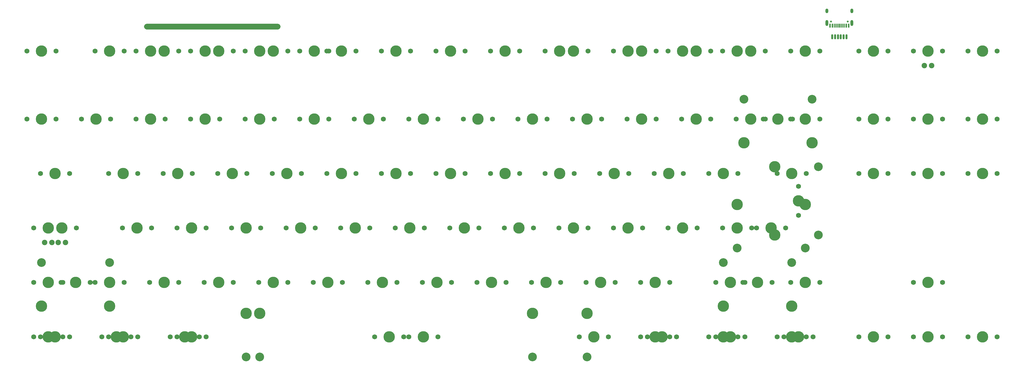
<source format=gbr>
%TF.GenerationSoftware,KiCad,Pcbnew,(5.1.12)-1*%
%TF.CreationDate,2022-11-23T00:37:26+07:00*%
%TF.ProjectId,Solder - Copy,536f6c64-6572-4202-9d20-436f70792e6b,rev?*%
%TF.SameCoordinates,Original*%
%TF.FileFunction,Soldermask,Top*%
%TF.FilePolarity,Negative*%
%FSLAX46Y46*%
G04 Gerber Fmt 4.6, Leading zero omitted, Abs format (unit mm)*
G04 Created by KiCad (PCBNEW (5.1.12)-1) date 2022-11-23 00:37:26*
%MOMM*%
%LPD*%
G01*
G04 APERTURE LIST*
%ADD10C,2.000000*%
%ADD11C,1.750000*%
%ADD12C,3.987800*%
%ADD13C,3.048000*%
%ADD14R,0.600000X1.450000*%
%ADD15R,0.300000X1.450000*%
%ADD16C,0.650000*%
%ADD17O,1.000000X2.100000*%
%ADD18O,1.000000X1.600000*%
%ADD19O,0.700000X1.800000*%
%ADD20C,0.500000*%
%ADD21C,1.905000*%
G04 APERTURE END LIST*
D10*
X72806107Y-24740112D02*
X118481931Y-24740112D01*
D11*
%TO.C,MX91*%
X302986087Y-133249612D03*
X292826087Y-133249612D03*
D12*
X297906087Y-133249612D03*
%TD*%
D11*
%TO.C,MX14*%
X64226087Y-95149612D03*
X74386087Y-95149612D03*
D12*
X69306087Y-95149612D03*
%TD*%
D11*
%TO.C,MX109*%
X359501087Y-33237112D03*
X369661087Y-33237112D03*
D12*
X364581087Y-33237112D03*
%TD*%
D11*
%TO.C,MX2*%
X30888587Y-33237112D03*
X41048587Y-33237112D03*
D12*
X35968587Y-33237112D03*
%TD*%
D11*
%TO.C,MX11*%
X54701087Y-33237112D03*
X64861087Y-33237112D03*
D12*
X59781087Y-33237112D03*
%TD*%
D11*
%TO.C,MX7*%
X42794837Y-114199612D03*
X52954837Y-114199612D03*
D12*
X47874837Y-114199612D03*
D13*
X35968587Y-107214612D03*
X59781087Y-107214612D03*
D12*
X35968587Y-122454612D03*
X59781087Y-122454612D03*
%TD*%
D11*
%TO.C,MX13*%
X59463587Y-76099612D03*
X69623587Y-76099612D03*
D12*
X64543587Y-76099612D03*
%TD*%
D11*
%TO.C,MX24*%
X73751087Y-33237112D03*
X83911087Y-33237112D03*
D12*
X78831087Y-33237112D03*
%TD*%
D11*
%TO.C,MX92*%
X297588587Y-33237112D03*
X307748587Y-33237112D03*
D12*
X302668587Y-33237112D03*
%TD*%
D11*
%TO.C,MX100*%
X321401087Y-33237112D03*
X331561087Y-33237112D03*
D12*
X326481087Y-33237112D03*
%TD*%
D14*
%TO.C,USB1*%
X311349837Y-24332112D03*
X317799837Y-24332112D03*
X312124837Y-24332112D03*
X317024837Y-24332112D03*
D15*
X316324837Y-24332112D03*
X312824837Y-24332112D03*
X315824837Y-24332112D03*
X313324837Y-24332112D03*
X315324837Y-24332112D03*
X313824837Y-24332112D03*
X314324837Y-24332112D03*
X314824837Y-24332112D03*
D16*
X311684837Y-22887112D03*
X317464837Y-22887112D03*
D17*
X318894837Y-23417112D03*
X310254837Y-23417112D03*
D18*
X318894837Y-19237112D03*
X310254837Y-19237112D03*
%TD*%
D19*
%TO.C,J1*%
X315074837Y-28237112D03*
D20*
X315074837Y-27637112D03*
X315074837Y-28837112D03*
D19*
X317074837Y-28237112D03*
D20*
X317074837Y-27637112D03*
X317074837Y-28837112D03*
X316074837Y-28837112D03*
D19*
X316074837Y-28237112D03*
D20*
X316074837Y-27637112D03*
D19*
X314074837Y-28237112D03*
D20*
X314074837Y-28837112D03*
X314074837Y-27637112D03*
D19*
X313074837Y-28237112D03*
D20*
X313074837Y-27637112D03*
X313074837Y-28837112D03*
X312074837Y-27637112D03*
X312074837Y-28837112D03*
D19*
X312074837Y-28237112D03*
%TD*%
D21*
%TO.C,D3*%
X344261087Y-38317112D03*
X346801087Y-38317112D03*
%TD*%
D11*
%TO.C,MX31*%
X107088587Y-33237112D03*
X117248587Y-33237112D03*
D12*
X112168587Y-33237112D03*
%TD*%
D11*
%TO.C,MX18*%
X68988587Y-33237112D03*
X79148587Y-33237112D03*
D12*
X74068587Y-33237112D03*
%TD*%
D11*
%TO.C,MX36*%
X111851087Y-33237112D03*
X122011087Y-33237112D03*
D12*
X116931087Y-33237112D03*
%TD*%
D11*
%TO.C,MX72*%
X240438587Y-33237112D03*
X250598587Y-33237112D03*
D12*
X245518587Y-33237112D03*
%TD*%
D11*
%TO.C,MX37*%
X126138587Y-33237112D03*
X136298587Y-33237112D03*
D12*
X131218587Y-33237112D03*
%TD*%
D11*
%TO.C,MX89*%
X278538587Y-33237112D03*
X288698587Y-33237112D03*
D12*
X283618587Y-33237112D03*
%TD*%
D11*
%TO.C,MX25*%
X88038587Y-33237112D03*
X98198587Y-33237112D03*
D12*
X93118587Y-33237112D03*
%TD*%
D11*
%TO.C,MX80*%
X259488587Y-33237112D03*
X269648587Y-33237112D03*
D12*
X264568587Y-33237112D03*
%TD*%
D11*
%TO.C,MX60*%
X211863587Y-33237112D03*
X222023587Y-33237112D03*
D12*
X216943587Y-33237112D03*
%TD*%
D11*
%TO.C,MX65*%
X216626087Y-33237112D03*
X226786087Y-33237112D03*
D12*
X221706087Y-33237112D03*
%TD*%
D11*
%TO.C,MX55*%
X192813587Y-33237112D03*
X202973587Y-33237112D03*
D12*
X197893587Y-33237112D03*
%TD*%
D11*
%TO.C,MX50*%
X173763587Y-33237112D03*
X183923587Y-33237112D03*
D12*
X178843587Y-33237112D03*
%TD*%
D11*
%TO.C,MX44*%
X154713587Y-33237112D03*
X164873587Y-33237112D03*
D12*
X159793587Y-33237112D03*
%TD*%
D11*
%TO.C,MX74*%
X254726087Y-33237112D03*
X264886087Y-33237112D03*
D12*
X259806087Y-33237112D03*
%TD*%
D11*
%TO.C,MX82*%
X273776087Y-33237112D03*
X283936087Y-33237112D03*
D12*
X278856087Y-33237112D03*
%TD*%
D11*
%TO.C,MX66*%
X235676087Y-33237112D03*
X245836087Y-33237112D03*
D12*
X240756087Y-33237112D03*
%TD*%
D11*
%TO.C,MX38*%
X135663587Y-33237112D03*
X145823587Y-33237112D03*
D12*
X140743587Y-33237112D03*
%TD*%
D11*
%TO.C,MX30*%
X92801087Y-33237112D03*
X102961087Y-33237112D03*
D12*
X97881087Y-33237112D03*
%TD*%
D11*
%TO.C,MX104*%
X340451087Y-33237112D03*
X350611087Y-33237112D03*
D12*
X345531087Y-33237112D03*
%TD*%
D16*
%TO.C,USB2*%
X317464837Y-22887112D03*
X311684837Y-22887112D03*
D17*
X310254837Y-23417112D03*
X318894837Y-23417112D03*
D18*
X310254837Y-19237112D03*
X318894837Y-19237112D03*
%TD*%
D11*
%TO.C,MX112*%
X359501087Y-133249612D03*
X369661087Y-133249612D03*
D12*
X364581087Y-133249612D03*
%TD*%
D11*
%TO.C,MX108*%
X340451087Y-133249612D03*
X350611087Y-133249612D03*
D12*
X345531087Y-133249612D03*
%TD*%
D11*
%TO.C,MX107*%
X340451087Y-114199612D03*
X350611087Y-114199612D03*
D12*
X345531087Y-114199612D03*
%TD*%
D11*
%TO.C,MX103*%
X321401087Y-133249612D03*
X331561087Y-133249612D03*
D12*
X326481087Y-133249612D03*
%TD*%
D11*
%TO.C,MX106*%
X340451087Y-76099612D03*
X350611087Y-76099612D03*
D12*
X345531087Y-76099612D03*
%TD*%
D11*
%TO.C,MX102*%
X321401087Y-76099612D03*
X331561087Y-76099612D03*
D12*
X326481087Y-76099612D03*
%TD*%
D11*
%TO.C,MX111*%
X359501087Y-76099612D03*
X369661087Y-76099612D03*
D12*
X364581087Y-76099612D03*
%TD*%
D11*
%TO.C,MX110*%
X359501087Y-57049612D03*
X369661087Y-57049612D03*
D12*
X364581087Y-57049612D03*
%TD*%
D11*
%TO.C,MX101*%
X321401087Y-57049612D03*
X331561087Y-57049612D03*
D12*
X326481087Y-57049612D03*
%TD*%
D11*
%TO.C,MX105*%
X340451087Y-57049612D03*
X350611087Y-57049612D03*
D12*
X345531087Y-57049612D03*
%TD*%
D21*
%TO.C,D1*%
X39619837Y-100229612D03*
X37079837Y-100229612D03*
%TD*%
%TO.C,D2*%
X41842337Y-100229612D03*
X44382337Y-100229612D03*
%TD*%
D11*
%TO.C,MX22*%
X73751087Y-114199612D03*
X83911087Y-114199612D03*
D12*
X78831087Y-114199612D03*
%TD*%
D11*
%TO.C,MX97*%
X297588587Y-114199612D03*
X307748587Y-114199612D03*
D12*
X302668587Y-114199612D03*
%TD*%
D11*
%TO.C,MX96*%
X288063587Y-57049612D03*
X298223587Y-57049612D03*
D12*
X293143587Y-57049612D03*
D13*
X281237337Y-50064612D03*
X305049837Y-50064612D03*
D12*
X281237337Y-65304612D03*
X305049837Y-65304612D03*
%TD*%
D11*
%TO.C,MX86*%
X271394837Y-114199612D03*
X281554837Y-114199612D03*
D12*
X276474837Y-114199612D03*
%TD*%
D11*
%TO.C,MX5*%
X33269837Y-95149612D03*
X43429837Y-95149612D03*
D12*
X38349837Y-95149612D03*
%TD*%
D11*
%TO.C,MX94*%
X273776087Y-95149612D03*
X283936087Y-95149612D03*
D12*
X278856087Y-95149612D03*
%TD*%
D13*
%TO.C,MX90*%
X307272337Y-97562612D03*
X307272337Y-73686612D03*
D12*
X292032337Y-97562612D03*
X292032337Y-73686612D03*
X300287337Y-85624612D03*
D11*
X300287337Y-80544612D03*
X300287337Y-90704612D03*
%TD*%
%TO.C,MX81*%
X269013587Y-133249612D03*
X279173587Y-133249612D03*
D12*
X274093587Y-133249612D03*
%TD*%
D11*
%TO.C,MX73*%
X255361087Y-133249612D03*
X245201087Y-133249612D03*
D12*
X250281087Y-133249612D03*
%TD*%
D11*
%TO.C,MX43*%
X164238587Y-133249612D03*
X174398587Y-133249612D03*
D12*
X169318587Y-133249612D03*
D13*
X112168587Y-140234612D03*
X226468587Y-140234612D03*
D12*
X112168587Y-124994612D03*
X226468587Y-124994612D03*
%TD*%
D11*
%TO.C,MX10*%
X59463587Y-133249612D03*
X69623587Y-133249612D03*
D12*
X64543587Y-133249612D03*
%TD*%
D11*
%TO.C,MX17*%
X93436087Y-133249612D03*
X83276087Y-133249612D03*
D12*
X88356087Y-133249612D03*
%TD*%
D11*
%TO.C,MX1*%
X45811087Y-133249612D03*
X35651087Y-133249612D03*
D12*
X40731087Y-133249612D03*
%TD*%
D11*
%TO.C,MX83*%
X259488587Y-57049612D03*
X269648587Y-57049612D03*
D12*
X264568587Y-57049612D03*
%TD*%
D11*
%TO.C,MX98*%
X295207337Y-133249612D03*
X305367337Y-133249612D03*
D12*
X300287337Y-133249612D03*
%TD*%
D11*
%TO.C,MX88*%
X271394837Y-133249612D03*
X281554837Y-133249612D03*
D12*
X276474837Y-133249612D03*
%TD*%
D11*
%TO.C,MX79*%
X247582337Y-133249612D03*
X257742337Y-133249612D03*
D12*
X252662337Y-133249612D03*
%TD*%
D11*
%TO.C,MX71*%
X223769837Y-133249612D03*
X233929837Y-133249612D03*
D12*
X228849837Y-133249612D03*
%TD*%
D11*
%TO.C,MX49*%
X152332337Y-133249612D03*
X162492337Y-133249612D03*
D12*
X157412337Y-133249612D03*
D13*
X107412437Y-140234612D03*
X207412237Y-140234612D03*
D12*
X107412437Y-124994612D03*
X207412237Y-124994612D03*
%TD*%
D11*
%TO.C,MX23*%
X80894837Y-133249612D03*
X91054837Y-133249612D03*
D12*
X85974837Y-133249612D03*
%TD*%
D11*
%TO.C,MX16*%
X57082337Y-133249612D03*
X67242337Y-133249612D03*
D12*
X62162337Y-133249612D03*
%TD*%
D11*
%TO.C,MX8*%
X33269837Y-133249612D03*
X43429837Y-133249612D03*
D12*
X38349837Y-133249612D03*
%TD*%
D11*
%TO.C,MX87*%
X280919837Y-114199612D03*
X291079837Y-114199612D03*
D12*
X285999837Y-114199612D03*
D13*
X274093587Y-107214612D03*
X297906087Y-107214612D03*
D12*
X274093587Y-122454612D03*
X297906087Y-122454612D03*
%TD*%
D11*
%TO.C,MX78*%
X245201087Y-114199612D03*
X255361087Y-114199612D03*
D12*
X250281087Y-114199612D03*
%TD*%
D11*
%TO.C,MX70*%
X226151087Y-114199612D03*
X236311087Y-114199612D03*
D12*
X231231087Y-114199612D03*
%TD*%
D11*
%TO.C,MX64*%
X207101087Y-114199612D03*
X217261087Y-114199612D03*
D12*
X212181087Y-114199612D03*
%TD*%
D11*
%TO.C,MX59*%
X188051087Y-114199612D03*
X198211087Y-114199612D03*
D12*
X193131087Y-114199612D03*
%TD*%
D11*
%TO.C,MX54*%
X169001087Y-114199612D03*
X179161087Y-114199612D03*
D12*
X174081087Y-114199612D03*
%TD*%
D11*
%TO.C,MX48*%
X149951087Y-114199612D03*
X160111087Y-114199612D03*
D12*
X155031087Y-114199612D03*
%TD*%
D11*
%TO.C,MX42*%
X130901087Y-114199612D03*
X141061087Y-114199612D03*
D12*
X135981087Y-114199612D03*
%TD*%
D11*
%TO.C,MX35*%
X111851087Y-114199612D03*
X122011087Y-114199612D03*
D12*
X116931087Y-114199612D03*
%TD*%
D11*
%TO.C,MX29*%
X92801087Y-114199612D03*
X102961087Y-114199612D03*
D12*
X97881087Y-114199612D03*
%TD*%
D11*
%TO.C,MX15*%
X54701087Y-114199612D03*
X64861087Y-114199612D03*
D12*
X59781087Y-114199612D03*
%TD*%
D11*
%TO.C,MX6*%
X33269837Y-114199612D03*
X43429837Y-114199612D03*
D12*
X38349837Y-114199612D03*
%TD*%
D11*
%TO.C,MX95*%
X297588587Y-57049612D03*
X307748587Y-57049612D03*
D12*
X302668587Y-57049612D03*
%TD*%
D11*
%TO.C,MX85*%
X285682337Y-95149612D03*
X295842337Y-95149612D03*
D12*
X290762337Y-95149612D03*
D13*
X278856087Y-102134612D03*
X302668587Y-102134612D03*
D12*
X278856087Y-86894612D03*
X302668587Y-86894612D03*
%TD*%
D11*
%TO.C,MX77*%
X254726087Y-95149612D03*
X264886087Y-95149612D03*
D12*
X259806087Y-95149612D03*
%TD*%
D11*
%TO.C,MX69*%
X235676087Y-95149612D03*
X245836087Y-95149612D03*
D12*
X240756087Y-95149612D03*
%TD*%
D11*
%TO.C,MX63*%
X216626087Y-95149612D03*
X226786087Y-95149612D03*
D12*
X221706087Y-95149612D03*
%TD*%
D11*
%TO.C,MX58*%
X197576087Y-95149612D03*
X207736087Y-95149612D03*
D12*
X202656087Y-95149612D03*
%TD*%
D11*
%TO.C,MX53*%
X178526087Y-95149612D03*
X188686087Y-95149612D03*
D12*
X183606087Y-95149612D03*
%TD*%
D11*
%TO.C,MX47*%
X159476087Y-95149612D03*
X169636087Y-95149612D03*
D12*
X164556087Y-95149612D03*
%TD*%
D11*
%TO.C,MX41*%
X140426087Y-95149612D03*
X150586087Y-95149612D03*
D12*
X145506087Y-95149612D03*
%TD*%
D11*
%TO.C,MX34*%
X121376087Y-95149612D03*
X131536087Y-95149612D03*
D12*
X126456087Y-95149612D03*
%TD*%
D11*
%TO.C,MX28*%
X102326087Y-95149612D03*
X112486087Y-95149612D03*
D12*
X107406087Y-95149612D03*
%TD*%
D11*
%TO.C,MX21*%
X83276087Y-95149612D03*
X93436087Y-95149612D03*
D12*
X88356087Y-95149612D03*
%TD*%
D11*
%TO.C,MX9*%
X38032337Y-95149612D03*
X48192337Y-95149612D03*
D12*
X43112337Y-95149612D03*
%TD*%
D11*
%TO.C,MX99*%
X302986087Y-76099612D03*
X292826087Y-76099612D03*
D12*
X297906087Y-76099612D03*
%TD*%
D11*
%TO.C,MX84*%
X269013587Y-76099612D03*
X279173587Y-76099612D03*
D12*
X274093587Y-76099612D03*
%TD*%
D11*
%TO.C,MX76*%
X249963587Y-76099612D03*
X260123587Y-76099612D03*
D12*
X255043587Y-76099612D03*
%TD*%
D11*
%TO.C,MX68*%
X230913587Y-76099612D03*
X241073587Y-76099612D03*
D12*
X235993587Y-76099612D03*
%TD*%
D11*
%TO.C,MX62*%
X211863587Y-76099612D03*
X222023587Y-76099612D03*
D12*
X216943587Y-76099612D03*
%TD*%
D11*
%TO.C,MX57*%
X192813587Y-76099612D03*
X202973587Y-76099612D03*
D12*
X197893587Y-76099612D03*
%TD*%
D11*
%TO.C,MX52*%
X173763587Y-76099612D03*
X183923587Y-76099612D03*
D12*
X178843587Y-76099612D03*
%TD*%
D11*
%TO.C,MX46*%
X154713587Y-76099612D03*
X164873587Y-76099612D03*
D12*
X159793587Y-76099612D03*
%TD*%
D11*
%TO.C,MX40*%
X135663587Y-76099612D03*
X145823587Y-76099612D03*
D12*
X140743587Y-76099612D03*
%TD*%
D11*
%TO.C,MX33*%
X116613587Y-76099612D03*
X126773587Y-76099612D03*
D12*
X121693587Y-76099612D03*
%TD*%
D11*
%TO.C,MX27*%
X97563587Y-76099612D03*
X107723587Y-76099612D03*
D12*
X102643587Y-76099612D03*
%TD*%
D11*
%TO.C,MX20*%
X78513587Y-76099612D03*
X88673587Y-76099612D03*
D12*
X83593587Y-76099612D03*
%TD*%
D11*
%TO.C,MX4*%
X45811087Y-76099612D03*
X35651087Y-76099612D03*
D12*
X40731087Y-76099612D03*
%TD*%
D11*
%TO.C,MX93*%
X278538587Y-57049612D03*
X288698587Y-57049612D03*
D12*
X283618587Y-57049612D03*
%TD*%
D11*
%TO.C,MX75*%
X240438587Y-57049612D03*
X250598587Y-57049612D03*
D12*
X245518587Y-57049612D03*
%TD*%
D11*
%TO.C,MX67*%
X221388587Y-57049612D03*
X231548587Y-57049612D03*
D12*
X226468587Y-57049612D03*
%TD*%
D11*
%TO.C,MX61*%
X202338587Y-57049612D03*
X212498587Y-57049612D03*
D12*
X207418587Y-57049612D03*
%TD*%
D11*
%TO.C,MX56*%
X183288587Y-57049612D03*
X193448587Y-57049612D03*
D12*
X188368587Y-57049612D03*
%TD*%
D11*
%TO.C,MX51*%
X164238587Y-57049612D03*
X174398587Y-57049612D03*
D12*
X169318587Y-57049612D03*
%TD*%
D11*
%TO.C,MX45*%
X145188587Y-57049612D03*
X155348587Y-57049612D03*
D12*
X150268587Y-57049612D03*
%TD*%
D11*
%TO.C,MX39*%
X126138587Y-57049612D03*
X136298587Y-57049612D03*
D12*
X131218587Y-57049612D03*
%TD*%
D11*
%TO.C,MX32*%
X107088587Y-57049612D03*
X117248587Y-57049612D03*
D12*
X112168587Y-57049612D03*
%TD*%
D11*
%TO.C,MX26*%
X88038587Y-57049612D03*
X98198587Y-57049612D03*
D12*
X93118587Y-57049612D03*
%TD*%
D11*
%TO.C,MX19*%
X68988587Y-57049612D03*
X79148587Y-57049612D03*
D12*
X74068587Y-57049612D03*
%TD*%
D11*
%TO.C,MX12*%
X49938587Y-57049612D03*
X60098587Y-57049612D03*
D12*
X55018587Y-57049612D03*
%TD*%
D11*
%TO.C,MX3*%
X30888587Y-57049612D03*
X41048587Y-57049612D03*
D12*
X35968587Y-57049612D03*
%TD*%
M02*

</source>
